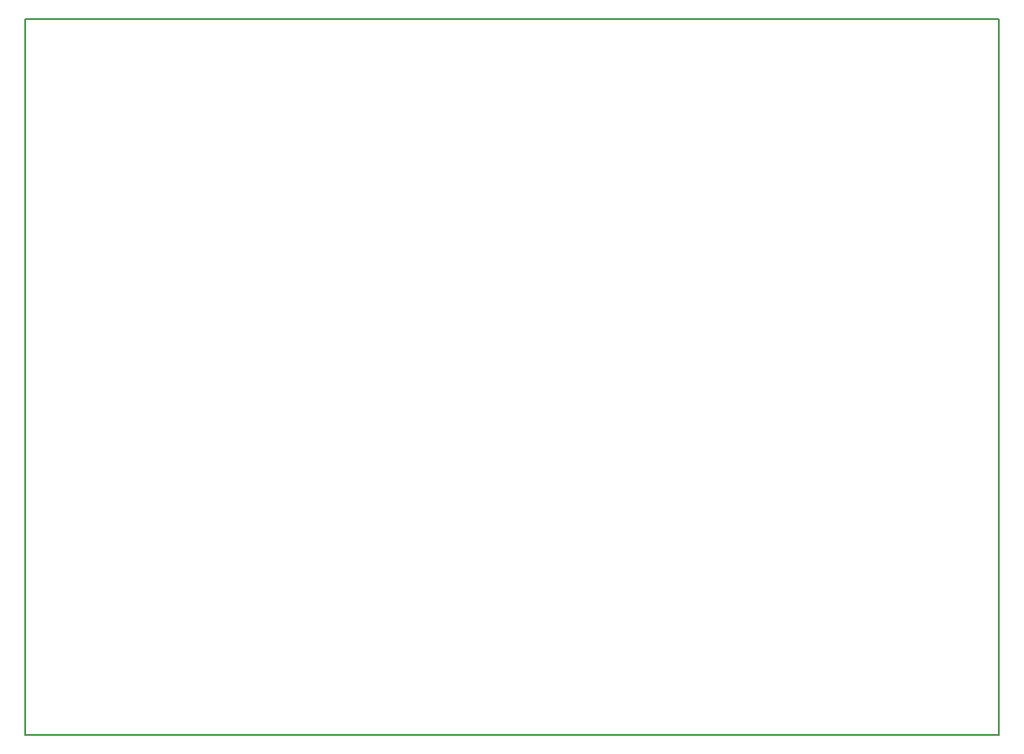
<source format=gbr>
G04 DipTrace 3.2.0.1*
G04 BoardOutline.gbr*
%MOIN*%
G04 #@! TF.FileFunction,Profile*
G04 #@! TF.Part,Single*
%ADD11C,0.005512*%
%FSLAX26Y26*%
G04*
G70*
G90*
G75*
G01*
G04 BoardOutline*
%LPD*%
X393701Y393701D2*
D11*
X4133858D1*
Y3149606D1*
X393701D1*
Y393701D1*
M02*

</source>
